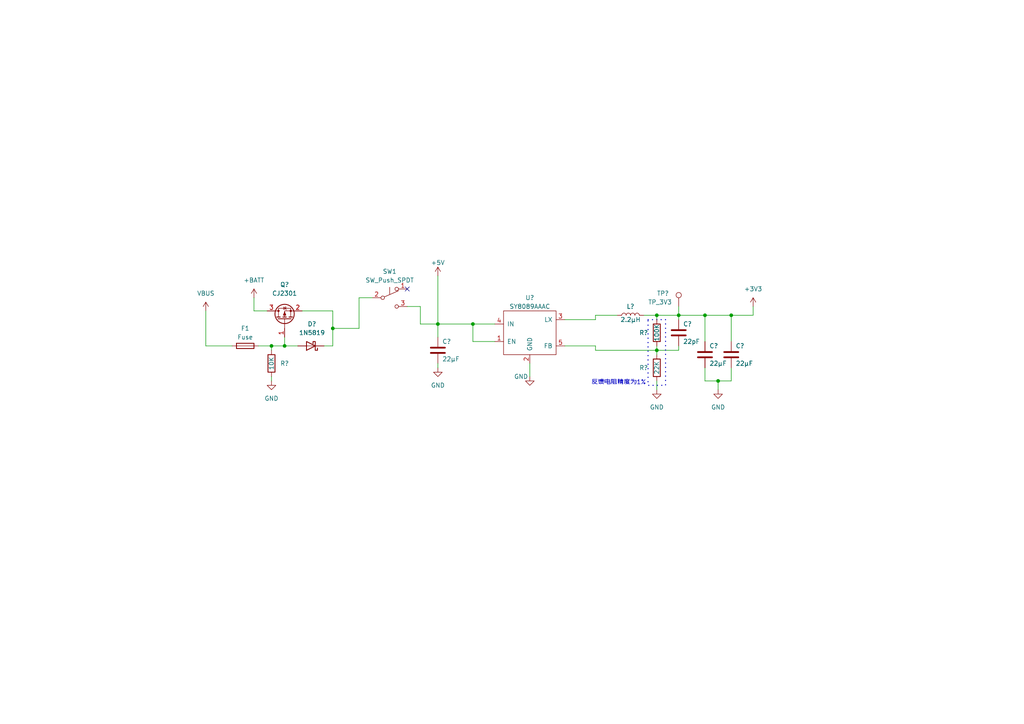
<source format=kicad_sch>
(kicad_sch (version 20230121) (generator eeschema)

  (uuid 35db1dca-7614-448b-b743-b72824f8ab00)

  (paper "A4")

  (title_block
    (title "ChronoVolt_Control")
    (date "2023-10-08")
    (rev "0.3")
    (company "Final Resolution")
  )

  (lib_symbols
    (symbol "ChronoVolt_Lib:SY8089AAAC" (pin_names (offset 1.016)) (in_bom yes) (on_board yes)
      (property "Reference" "U" (at 0 8.128 0)
        (effects (font (size 1.27 1.27)))
      )
      (property "Value" "SY8089AAAC" (at 0 13.208 0)
        (effects (font (size 1.27 1.27)))
      )
      (property "Footprint" "" (at 0 3.048 0)
        (effects (font (size 1.27 1.27)) hide)
      )
      (property "Datasheet" "" (at 0 -2.032 0)
        (effects (font (size 1.27 1.27)) hide)
      )
      (symbol "SY8089AAAC_1_1"
        (rectangle (start -7.62 6.35) (end 7.62 -6.35)
          (stroke (width 0.1524) (type default))
          (fill (type none))
        )
        (pin input line (at -10.16 -2.54 0) (length 2.54)
          (name "EN" (effects (font (size 1.27 1.27))))
          (number "1" (effects (font (size 1.27 1.27))))
        )
        (pin input line (at 0 -8.89 90) (length 2.54)
          (name "GND" (effects (font (size 1.27 1.27))))
          (number "2" (effects (font (size 1.27 1.27))))
        )
        (pin input line (at 10.16 3.81 180) (length 2.54)
          (name "LX" (effects (font (size 1.27 1.27))))
          (number "3" (effects (font (size 1.27 1.27))))
        )
        (pin input line (at -10.16 2.54 0) (length 2.54)
          (name "IN" (effects (font (size 1.27 1.27))))
          (number "4" (effects (font (size 1.27 1.27))))
        )
        (pin input line (at 10.16 -3.81 180) (length 2.54)
          (name "FB" (effects (font (size 1.27 1.27))))
          (number "5" (effects (font (size 1.27 1.27))))
        )
      )
    )
    (symbol "Connector:TestPoint" (pin_numbers hide) (pin_names (offset 0.762) hide) (in_bom yes) (on_board yes)
      (property "Reference" "TP" (at 0 6.858 0)
        (effects (font (size 1.27 1.27)))
      )
      (property "Value" "TestPoint" (at 0 5.08 0)
        (effects (font (size 1.27 1.27)))
      )
      (property "Footprint" "" (at 5.08 0 0)
        (effects (font (size 1.27 1.27)) hide)
      )
      (property "Datasheet" "~" (at 5.08 0 0)
        (effects (font (size 1.27 1.27)) hide)
      )
      (property "ki_keywords" "test point tp" (at 0 0 0)
        (effects (font (size 1.27 1.27)) hide)
      )
      (property "ki_description" "test point" (at 0 0 0)
        (effects (font (size 1.27 1.27)) hide)
      )
      (property "ki_fp_filters" "Pin* Test*" (at 0 0 0)
        (effects (font (size 1.27 1.27)) hide)
      )
      (symbol "TestPoint_0_1"
        (circle (center 0 3.302) (radius 0.762)
          (stroke (width 0) (type default))
          (fill (type none))
        )
      )
      (symbol "TestPoint_1_1"
        (pin passive line (at 0 0 90) (length 2.54)
          (name "1" (effects (font (size 1.27 1.27))))
          (number "1" (effects (font (size 1.27 1.27))))
        )
      )
    )
    (symbol "Device:C" (pin_numbers hide) (pin_names (offset 0.254)) (in_bom yes) (on_board yes)
      (property "Reference" "C" (at 0.635 2.54 0)
        (effects (font (size 1.27 1.27)) (justify left))
      )
      (property "Value" "C" (at 0.635 -2.54 0)
        (effects (font (size 1.27 1.27)) (justify left))
      )
      (property "Footprint" "" (at 0.9652 -3.81 0)
        (effects (font (size 1.27 1.27)) hide)
      )
      (property "Datasheet" "~" (at 0 0 0)
        (effects (font (size 1.27 1.27)) hide)
      )
      (property "ki_keywords" "cap capacitor" (at 0 0 0)
        (effects (font (size 1.27 1.27)) hide)
      )
      (property "ki_description" "Unpolarized capacitor" (at 0 0 0)
        (effects (font (size 1.27 1.27)) hide)
      )
      (property "ki_fp_filters" "C_*" (at 0 0 0)
        (effects (font (size 1.27 1.27)) hide)
      )
      (symbol "C_0_1"
        (polyline
          (pts
            (xy -2.032 -0.762)
            (xy 2.032 -0.762)
          )
          (stroke (width 0.508) (type default))
          (fill (type none))
        )
        (polyline
          (pts
            (xy -2.032 0.762)
            (xy 2.032 0.762)
          )
          (stroke (width 0.508) (type default))
          (fill (type none))
        )
      )
      (symbol "C_1_1"
        (pin passive line (at 0 3.81 270) (length 2.794)
          (name "~" (effects (font (size 1.27 1.27))))
          (number "1" (effects (font (size 1.27 1.27))))
        )
        (pin passive line (at 0 -3.81 90) (length 2.794)
          (name "~" (effects (font (size 1.27 1.27))))
          (number "2" (effects (font (size 1.27 1.27))))
        )
      )
    )
    (symbol "Device:Fuse" (pin_numbers hide) (pin_names (offset 0)) (in_bom yes) (on_board yes)
      (property "Reference" "F" (at 2.032 0 90)
        (effects (font (size 1.27 1.27)))
      )
      (property "Value" "Fuse" (at -1.905 0 90)
        (effects (font (size 1.27 1.27)))
      )
      (property "Footprint" "" (at -1.778 0 90)
        (effects (font (size 1.27 1.27)) hide)
      )
      (property "Datasheet" "~" (at 0 0 0)
        (effects (font (size 1.27 1.27)) hide)
      )
      (property "ki_keywords" "fuse" (at 0 0 0)
        (effects (font (size 1.27 1.27)) hide)
      )
      (property "ki_description" "Fuse" (at 0 0 0)
        (effects (font (size 1.27 1.27)) hide)
      )
      (property "ki_fp_filters" "*Fuse*" (at 0 0 0)
        (effects (font (size 1.27 1.27)) hide)
      )
      (symbol "Fuse_0_1"
        (rectangle (start -0.762 -2.54) (end 0.762 2.54)
          (stroke (width 0.254) (type default))
          (fill (type none))
        )
        (polyline
          (pts
            (xy 0 2.54)
            (xy 0 -2.54)
          )
          (stroke (width 0) (type default))
          (fill (type none))
        )
      )
      (symbol "Fuse_1_1"
        (pin passive line (at 0 3.81 270) (length 1.27)
          (name "~" (effects (font (size 1.27 1.27))))
          (number "1" (effects (font (size 1.27 1.27))))
        )
        (pin passive line (at 0 -3.81 90) (length 1.27)
          (name "~" (effects (font (size 1.27 1.27))))
          (number "2" (effects (font (size 1.27 1.27))))
        )
      )
    )
    (symbol "Device:L" (pin_numbers hide) (pin_names (offset 1.016) hide) (in_bom yes) (on_board yes)
      (property "Reference" "L" (at -1.27 0 90)
        (effects (font (size 1.27 1.27)))
      )
      (property "Value" "L" (at 1.905 0 90)
        (effects (font (size 1.27 1.27)))
      )
      (property "Footprint" "" (at 0 0 0)
        (effects (font (size 1.27 1.27)) hide)
      )
      (property "Datasheet" "~" (at 0 0 0)
        (effects (font (size 1.27 1.27)) hide)
      )
      (property "ki_keywords" "inductor choke coil reactor magnetic" (at 0 0 0)
        (effects (font (size 1.27 1.27)) hide)
      )
      (property "ki_description" "Inductor" (at 0 0 0)
        (effects (font (size 1.27 1.27)) hide)
      )
      (property "ki_fp_filters" "Choke_* *Coil* Inductor_* L_*" (at 0 0 0)
        (effects (font (size 1.27 1.27)) hide)
      )
      (symbol "L_0_1"
        (arc (start 0 -2.54) (mid 0.6323 -1.905) (end 0 -1.27)
          (stroke (width 0) (type default))
          (fill (type none))
        )
        (arc (start 0 -1.27) (mid 0.6323 -0.635) (end 0 0)
          (stroke (width 0) (type default))
          (fill (type none))
        )
        (arc (start 0 0) (mid 0.6323 0.635) (end 0 1.27)
          (stroke (width 0) (type default))
          (fill (type none))
        )
        (arc (start 0 1.27) (mid 0.6323 1.905) (end 0 2.54)
          (stroke (width 0) (type default))
          (fill (type none))
        )
      )
      (symbol "L_1_1"
        (pin passive line (at 0 3.81 270) (length 1.27)
          (name "1" (effects (font (size 1.27 1.27))))
          (number "1" (effects (font (size 1.27 1.27))))
        )
        (pin passive line (at 0 -3.81 90) (length 1.27)
          (name "2" (effects (font (size 1.27 1.27))))
          (number "2" (effects (font (size 1.27 1.27))))
        )
      )
    )
    (symbol "Device:Q_PMOS_GSD" (pin_names (offset 0) hide) (in_bom yes) (on_board yes)
      (property "Reference" "Q" (at 5.08 1.27 0)
        (effects (font (size 1.27 1.27)) (justify left))
      )
      (property "Value" "Q_PMOS_GSD" (at 5.08 -1.27 0)
        (effects (font (size 1.27 1.27)) (justify left))
      )
      (property "Footprint" "" (at 5.08 2.54 0)
        (effects (font (size 1.27 1.27)) hide)
      )
      (property "Datasheet" "~" (at 0 0 0)
        (effects (font (size 1.27 1.27)) hide)
      )
      (property "ki_keywords" "transistor PMOS P-MOS P-MOSFET" (at 0 0 0)
        (effects (font (size 1.27 1.27)) hide)
      )
      (property "ki_description" "P-MOSFET transistor, gate/source/drain" (at 0 0 0)
        (effects (font (size 1.27 1.27)) hide)
      )
      (symbol "Q_PMOS_GSD_0_1"
        (polyline
          (pts
            (xy 0.254 0)
            (xy -2.54 0)
          )
          (stroke (width 0) (type default))
          (fill (type none))
        )
        (polyline
          (pts
            (xy 0.254 1.905)
            (xy 0.254 -1.905)
          )
          (stroke (width 0.254) (type default))
          (fill (type none))
        )
        (polyline
          (pts
            (xy 0.762 -1.27)
            (xy 0.762 -2.286)
          )
          (stroke (width 0.254) (type default))
          (fill (type none))
        )
        (polyline
          (pts
            (xy 0.762 0.508)
            (xy 0.762 -0.508)
          )
          (stroke (width 0.254) (type default))
          (fill (type none))
        )
        (polyline
          (pts
            (xy 0.762 2.286)
            (xy 0.762 1.27)
          )
          (stroke (width 0.254) (type default))
          (fill (type none))
        )
        (polyline
          (pts
            (xy 2.54 2.54)
            (xy 2.54 1.778)
          )
          (stroke (width 0) (type default))
          (fill (type none))
        )
        (polyline
          (pts
            (xy 2.54 -2.54)
            (xy 2.54 0)
            (xy 0.762 0)
          )
          (stroke (width 0) (type default))
          (fill (type none))
        )
        (polyline
          (pts
            (xy 0.762 1.778)
            (xy 3.302 1.778)
            (xy 3.302 -1.778)
            (xy 0.762 -1.778)
          )
          (stroke (width 0) (type default))
          (fill (type none))
        )
        (polyline
          (pts
            (xy 2.286 0)
            (xy 1.27 0.381)
            (xy 1.27 -0.381)
            (xy 2.286 0)
          )
          (stroke (width 0) (type default))
          (fill (type outline))
        )
        (polyline
          (pts
            (xy 2.794 -0.508)
            (xy 2.921 -0.381)
            (xy 3.683 -0.381)
            (xy 3.81 -0.254)
          )
          (stroke (width 0) (type default))
          (fill (type none))
        )
        (polyline
          (pts
            (xy 3.302 -0.381)
            (xy 2.921 0.254)
            (xy 3.683 0.254)
            (xy 3.302 -0.381)
          )
          (stroke (width 0) (type default))
          (fill (type none))
        )
        (circle (center 1.651 0) (radius 2.794)
          (stroke (width 0.254) (type default))
          (fill (type none))
        )
        (circle (center 2.54 -1.778) (radius 0.254)
          (stroke (width 0) (type default))
          (fill (type outline))
        )
        (circle (center 2.54 1.778) (radius 0.254)
          (stroke (width 0) (type default))
          (fill (type outline))
        )
      )
      (symbol "Q_PMOS_GSD_1_1"
        (pin input line (at -5.08 0 0) (length 2.54)
          (name "G" (effects (font (size 1.27 1.27))))
          (number "1" (effects (font (size 1.27 1.27))))
        )
        (pin passive line (at 2.54 -5.08 90) (length 2.54)
          (name "S" (effects (font (size 1.27 1.27))))
          (number "2" (effects (font (size 1.27 1.27))))
        )
        (pin passive line (at 2.54 5.08 270) (length 2.54)
          (name "D" (effects (font (size 1.27 1.27))))
          (number "3" (effects (font (size 1.27 1.27))))
        )
      )
    )
    (symbol "Device:R" (pin_numbers hide) (pin_names (offset 0)) (in_bom yes) (on_board yes)
      (property "Reference" "R" (at 2.032 0 90)
        (effects (font (size 1.27 1.27)))
      )
      (property "Value" "R" (at 0 0 90)
        (effects (font (size 1.27 1.27)))
      )
      (property "Footprint" "" (at -1.778 0 90)
        (effects (font (size 1.27 1.27)) hide)
      )
      (property "Datasheet" "~" (at 0 0 0)
        (effects (font (size 1.27 1.27)) hide)
      )
      (property "ki_keywords" "R res resistor" (at 0 0 0)
        (effects (font (size 1.27 1.27)) hide)
      )
      (property "ki_description" "Resistor" (at 0 0 0)
        (effects (font (size 1.27 1.27)) hide)
      )
      (property "ki_fp_filters" "R_*" (at 0 0 0)
        (effects (font (size 1.27 1.27)) hide)
      )
      (symbol "R_0_1"
        (rectangle (start -1.016 -2.54) (end 1.016 2.54)
          (stroke (width 0.254) (type default))
          (fill (type none))
        )
      )
      (symbol "R_1_1"
        (pin passive line (at 0 3.81 270) (length 1.27)
          (name "~" (effects (font (size 1.27 1.27))))
          (number "1" (effects (font (size 1.27 1.27))))
        )
        (pin passive line (at 0 -3.81 90) (length 1.27)
          (name "~" (effects (font (size 1.27 1.27))))
          (number "2" (effects (font (size 1.27 1.27))))
        )
      )
    )
    (symbol "Diode:1N5819" (pin_numbers hide) (pin_names (offset 1.016) hide) (in_bom yes) (on_board yes)
      (property "Reference" "D" (at 0 2.54 0)
        (effects (font (size 1.27 1.27)))
      )
      (property "Value" "1N5819" (at 0 -2.54 0)
        (effects (font (size 1.27 1.27)))
      )
      (property "Footprint" "Diode_THT:D_DO-41_SOD81_P10.16mm_Horizontal" (at 0 -4.445 0)
        (effects (font (size 1.27 1.27)) hide)
      )
      (property "Datasheet" "http://www.vishay.com/docs/88525/1n5817.pdf" (at 0 0 0)
        (effects (font (size 1.27 1.27)) hide)
      )
      (property "ki_keywords" "diode Schottky" (at 0 0 0)
        (effects (font (size 1.27 1.27)) hide)
      )
      (property "ki_description" "40V 1A Schottky Barrier Rectifier Diode, DO-41" (at 0 0 0)
        (effects (font (size 1.27 1.27)) hide)
      )
      (property "ki_fp_filters" "D*DO?41*" (at 0 0 0)
        (effects (font (size 1.27 1.27)) hide)
      )
      (symbol "1N5819_0_1"
        (polyline
          (pts
            (xy 1.27 0)
            (xy -1.27 0)
          )
          (stroke (width 0) (type default))
          (fill (type none))
        )
        (polyline
          (pts
            (xy 1.27 1.27)
            (xy 1.27 -1.27)
            (xy -1.27 0)
            (xy 1.27 1.27)
          )
          (stroke (width 0.254) (type default))
          (fill (type none))
        )
        (polyline
          (pts
            (xy -1.905 0.635)
            (xy -1.905 1.27)
            (xy -1.27 1.27)
            (xy -1.27 -1.27)
            (xy -0.635 -1.27)
            (xy -0.635 -0.635)
          )
          (stroke (width 0.254) (type default))
          (fill (type none))
        )
      )
      (symbol "1N5819_1_1"
        (pin passive line (at -3.81 0 0) (length 2.54)
          (name "K" (effects (font (size 1.27 1.27))))
          (number "1" (effects (font (size 1.27 1.27))))
        )
        (pin passive line (at 3.81 0 180) (length 2.54)
          (name "A" (effects (font (size 1.27 1.27))))
          (number "2" (effects (font (size 1.27 1.27))))
        )
      )
    )
    (symbol "Switch:SW_Push_SPDT" (pin_names (offset 0) hide) (in_bom yes) (on_board yes)
      (property "Reference" "SW" (at 0 4.318 0)
        (effects (font (size 1.27 1.27)))
      )
      (property "Value" "SW_Push_SPDT" (at 0 -5.08 0)
        (effects (font (size 1.27 1.27)))
      )
      (property "Footprint" "" (at 0 0 0)
        (effects (font (size 1.27 1.27)) hide)
      )
      (property "Datasheet" "~" (at 0 0 0)
        (effects (font (size 1.27 1.27)) hide)
      )
      (property "ki_keywords" "switch single-pole double-throw spdt ON-ON" (at 0 0 0)
        (effects (font (size 1.27 1.27)) hide)
      )
      (property "ki_description" "Momentary Switch, single pole double throw" (at 0 0 0)
        (effects (font (size 1.27 1.27)) hide)
      )
      (symbol "SW_Push_SPDT_0_0"
        (circle (center -2.032 0) (radius 0.508)
          (stroke (width 0) (type default))
          (fill (type none))
        )
        (polyline
          (pts
            (xy 0 1.016)
            (xy 0 3.048)
          )
          (stroke (width 0) (type default))
          (fill (type none))
        )
        (circle (center 2.032 -2.54) (radius 0.508)
          (stroke (width 0) (type default))
          (fill (type none))
        )
      )
      (symbol "SW_Push_SPDT_0_1"
        (polyline
          (pts
            (xy -1.524 0.254)
            (xy 2.54 2.032)
          )
          (stroke (width 0) (type default))
          (fill (type none))
        )
        (circle (center 2.032 2.54) (radius 0.508)
          (stroke (width 0) (type default))
          (fill (type none))
        )
      )
      (symbol "SW_Push_SPDT_1_1"
        (pin passive line (at 5.08 2.54 180) (length 2.54)
          (name "A" (effects (font (size 1.27 1.27))))
          (number "1" (effects (font (size 1.27 1.27))))
        )
        (pin passive line (at -5.08 0 0) (length 2.54)
          (name "B" (effects (font (size 1.27 1.27))))
          (number "2" (effects (font (size 1.27 1.27))))
        )
        (pin passive line (at 5.08 -2.54 180) (length 2.54)
          (name "C" (effects (font (size 1.27 1.27))))
          (number "3" (effects (font (size 1.27 1.27))))
        )
      )
    )
    (symbol "power:+3V3" (power) (pin_names (offset 0)) (in_bom yes) (on_board yes)
      (property "Reference" "#PWR" (at 0 -3.81 0)
        (effects (font (size 1.27 1.27)) hide)
      )
      (property "Value" "+3V3" (at 0 3.556 0)
        (effects (font (size 1.27 1.27)))
      )
      (property "Footprint" "" (at 0 0 0)
        (effects (font (size 1.27 1.27)) hide)
      )
      (property "Datasheet" "" (at 0 0 0)
        (effects (font (size 1.27 1.27)) hide)
      )
      (property "ki_keywords" "global power" (at 0 0 0)
        (effects (font (size 1.27 1.27)) hide)
      )
      (property "ki_description" "Power symbol creates a global label with name \"+3V3\"" (at 0 0 0)
        (effects (font (size 1.27 1.27)) hide)
      )
      (symbol "+3V3_0_1"
        (polyline
          (pts
            (xy -0.762 1.27)
            (xy 0 2.54)
          )
          (stroke (width 0) (type default))
          (fill (type none))
        )
        (polyline
          (pts
            (xy 0 0)
            (xy 0 2.54)
          )
          (stroke (width 0) (type default))
          (fill (type none))
        )
        (polyline
          (pts
            (xy 0 2.54)
            (xy 0.762 1.27)
          )
          (stroke (width 0) (type default))
          (fill (type none))
        )
      )
      (symbol "+3V3_1_1"
        (pin power_in line (at 0 0 90) (length 0) hide
          (name "+3V3" (effects (font (size 1.27 1.27))))
          (number "1" (effects (font (size 1.27 1.27))))
        )
      )
    )
    (symbol "power:+5V" (power) (pin_names (offset 0)) (in_bom yes) (on_board yes)
      (property "Reference" "#PWR" (at 0 -3.81 0)
        (effects (font (size 1.27 1.27)) hide)
      )
      (property "Value" "+5V" (at 0 3.556 0)
        (effects (font (size 1.27 1.27)))
      )
      (property "Footprint" "" (at 0 0 0)
        (effects (font (size 1.27 1.27)) hide)
      )
      (property "Datasheet" "" (at 0 0 0)
        (effects (font (size 1.27 1.27)) hide)
      )
      (property "ki_keywords" "global power" (at 0 0 0)
        (effects (font (size 1.27 1.27)) hide)
      )
      (property "ki_description" "Power symbol creates a global label with name \"+5V\"" (at 0 0 0)
        (effects (font (size 1.27 1.27)) hide)
      )
      (symbol "+5V_0_1"
        (polyline
          (pts
            (xy -0.762 1.27)
            (xy 0 2.54)
          )
          (stroke (width 0) (type default))
          (fill (type none))
        )
        (polyline
          (pts
            (xy 0 0)
            (xy 0 2.54)
          )
          (stroke (width 0) (type default))
          (fill (type none))
        )
        (polyline
          (pts
            (xy 0 2.54)
            (xy 0.762 1.27)
          )
          (stroke (width 0) (type default))
          (fill (type none))
        )
      )
      (symbol "+5V_1_1"
        (pin power_in line (at 0 0 90) (length 0) hide
          (name "+5V" (effects (font (size 1.27 1.27))))
          (number "1" (effects (font (size 1.27 1.27))))
        )
      )
    )
    (symbol "power:+BATT" (power) (pin_names (offset 0)) (in_bom yes) (on_board yes)
      (property "Reference" "#PWR" (at 0 -3.81 0)
        (effects (font (size 1.27 1.27)) hide)
      )
      (property "Value" "+BATT" (at 0 3.556 0)
        (effects (font (size 1.27 1.27)))
      )
      (property "Footprint" "" (at 0 0 0)
        (effects (font (size 1.27 1.27)) hide)
      )
      (property "Datasheet" "" (at 0 0 0)
        (effects (font (size 1.27 1.27)) hide)
      )
      (property "ki_keywords" "global power battery" (at 0 0 0)
        (effects (font (size 1.27 1.27)) hide)
      )
      (property "ki_description" "Power symbol creates a global label with name \"+BATT\"" (at 0 0 0)
        (effects (font (size 1.27 1.27)) hide)
      )
      (symbol "+BATT_0_1"
        (polyline
          (pts
            (xy -0.762 1.27)
            (xy 0 2.54)
          )
          (stroke (width 0) (type default))
          (fill (type none))
        )
        (polyline
          (pts
            (xy 0 0)
            (xy 0 2.54)
          )
          (stroke (width 0) (type default))
          (fill (type none))
        )
        (polyline
          (pts
            (xy 0 2.54)
            (xy 0.762 1.27)
          )
          (stroke (width 0) (type default))
          (fill (type none))
        )
      )
      (symbol "+BATT_1_1"
        (pin power_in line (at 0 0 90) (length 0) hide
          (name "+BATT" (effects (font (size 1.27 1.27))))
          (number "1" (effects (font (size 1.27 1.27))))
        )
      )
    )
    (symbol "power:GND" (power) (pin_names (offset 0)) (in_bom yes) (on_board yes)
      (property "Reference" "#PWR" (at 0 -6.35 0)
        (effects (font (size 1.27 1.27)) hide)
      )
      (property "Value" "GND" (at 0 -3.81 0)
        (effects (font (size 1.27 1.27)))
      )
      (property "Footprint" "" (at 0 0 0)
        (effects (font (size 1.27 1.27)) hide)
      )
      (property "Datasheet" "" (at 0 0 0)
        (effects (font (size 1.27 1.27)) hide)
      )
      (property "ki_keywords" "global power" (at 0 0 0)
        (effects (font (size 1.27 1.27)) hide)
      )
      (property "ki_description" "Power symbol creates a global label with name \"GND\" , ground" (at 0 0 0)
        (effects (font (size 1.27 1.27)) hide)
      )
      (symbol "GND_0_1"
        (polyline
          (pts
            (xy 0 0)
            (xy 0 -1.27)
            (xy 1.27 -1.27)
            (xy 0 -2.54)
            (xy -1.27 -1.27)
            (xy 0 -1.27)
          )
          (stroke (width 0) (type default))
          (fill (type none))
        )
      )
      (symbol "GND_1_1"
        (pin power_in line (at 0 0 270) (length 0) hide
          (name "GND" (effects (font (size 1.27 1.27))))
          (number "1" (effects (font (size 1.27 1.27))))
        )
      )
    )
    (symbol "power:VBUS" (power) (pin_names (offset 0)) (in_bom yes) (on_board yes)
      (property "Reference" "#PWR" (at 0 -3.81 0)
        (effects (font (size 1.27 1.27)) hide)
      )
      (property "Value" "VBUS" (at 0 3.81 0)
        (effects (font (size 1.27 1.27)))
      )
      (property "Footprint" "" (at 0 0 0)
        (effects (font (size 1.27 1.27)) hide)
      )
      (property "Datasheet" "" (at 0 0 0)
        (effects (font (size 1.27 1.27)) hide)
      )
      (property "ki_keywords" "global power" (at 0 0 0)
        (effects (font (size 1.27 1.27)) hide)
      )
      (property "ki_description" "Power symbol creates a global label with name \"VBUS\"" (at 0 0 0)
        (effects (font (size 1.27 1.27)) hide)
      )
      (symbol "VBUS_0_1"
        (polyline
          (pts
            (xy -0.762 1.27)
            (xy 0 2.54)
          )
          (stroke (width 0) (type default))
          (fill (type none))
        )
        (polyline
          (pts
            (xy 0 0)
            (xy 0 2.54)
          )
          (stroke (width 0) (type default))
          (fill (type none))
        )
        (polyline
          (pts
            (xy 0 2.54)
            (xy 0.762 1.27)
          )
          (stroke (width 0) (type default))
          (fill (type none))
        )
      )
      (symbol "VBUS_1_1"
        (pin power_in line (at 0 0 90) (length 0) hide
          (name "VBUS" (effects (font (size 1.27 1.27))))
          (number "1" (effects (font (size 1.27 1.27))))
        )
      )
    )
  )

  (junction (at 204.47 91.44) (diameter 0) (color 0 0 0 0)
    (uuid 0464792b-0538-404b-8aa1-471e49a33e58)
  )
  (junction (at 196.85 91.44) (diameter 0) (color 0 0 0 0)
    (uuid 0cb690b1-f1b4-47f3-a854-9b086846ecad)
  )
  (junction (at 82.55 100.33) (diameter 0) (color 0 0 0 0)
    (uuid 126f9c37-717a-4bbd-b554-ba16d0f14d37)
  )
  (junction (at 208.28 110.49) (diameter 0) (color 0 0 0 0)
    (uuid 398ce94f-6581-43d5-97bc-ddbadc7cf628)
  )
  (junction (at 78.74 100.33) (diameter 0) (color 0 0 0 0)
    (uuid 65a7de4f-c851-4dae-bcef-b930591e44e7)
  )
  (junction (at 190.5 101.6) (diameter 0) (color 0 0 0 0)
    (uuid 9f15c0d2-805e-48b4-b338-a09ed696731a)
  )
  (junction (at 127 93.98) (diameter 0) (color 0 0 0 0)
    (uuid ca1cfed8-c6cc-4bc2-ad48-9dbe2d799770)
  )
  (junction (at 137.16 93.98) (diameter 0) (color 0 0 0 0)
    (uuid cf1c9e78-5c5d-4f7c-b66f-12a9c9c119ad)
  )
  (junction (at 212.09 91.44) (diameter 0) (color 0 0 0 0)
    (uuid d74b3825-5950-4865-8d65-de7cfd342643)
  )
  (junction (at 96.52 95.25) (diameter 0) (color 0 0 0 0)
    (uuid f0af4f25-4863-48cc-88da-7cd3c3427193)
  )
  (junction (at 190.5 91.44) (diameter 0) (color 0 0 0 0)
    (uuid f889bd19-ff0d-4ea0-8dca-887a7faa6d78)
  )

  (no_connect (at 118.11 83.82) (uuid 430144a2-76f6-4abc-8c95-c87d621df65e))

  (wire (pts (xy 190.5 101.6) (xy 196.85 101.6))
    (stroke (width 0) (type default))
    (uuid 145c83e0-ca33-4ec8-a4b8-b706f53291c7)
  )
  (wire (pts (xy 78.74 100.33) (xy 82.55 100.33))
    (stroke (width 0) (type default))
    (uuid 1ad1cf5a-aeb1-4bc9-b9a4-e91f499cb391)
  )
  (wire (pts (xy 190.5 101.6) (xy 190.5 100.33))
    (stroke (width 0) (type default))
    (uuid 228d09a7-9e1f-42bd-afe8-1fbd9e528293)
  )
  (wire (pts (xy 190.5 110.49) (xy 190.5 113.03))
    (stroke (width 0) (type default))
    (uuid 2530ea7f-3b38-46b5-a1a3-7ca9c046bc08)
  )
  (wire (pts (xy 196.85 100.33) (xy 196.85 101.6))
    (stroke (width 0) (type default))
    (uuid 2632d382-5aba-448b-8bfc-9d77b408d948)
  )
  (wire (pts (xy 208.28 110.49) (xy 204.47 110.49))
    (stroke (width 0) (type default))
    (uuid 264b8e90-dc1a-4f9f-8a42-0df3926bf4bc)
  )
  (wire (pts (xy 96.52 95.25) (xy 96.52 100.33))
    (stroke (width 0) (type default))
    (uuid 31c1c519-40ea-4921-b965-0d294538ce79)
  )
  (wire (pts (xy 208.28 110.49) (xy 208.28 113.03))
    (stroke (width 0) (type default))
    (uuid 336bbb63-588f-4fdd-a799-d21dfbbdd769)
  )
  (wire (pts (xy 218.44 91.44) (xy 218.44 88.9))
    (stroke (width 0) (type default))
    (uuid 370004f2-85e0-4ede-ac33-6c2e565cd867)
  )
  (wire (pts (xy 137.16 93.98) (xy 137.16 99.06))
    (stroke (width 0) (type default))
    (uuid 39cae745-6764-4d60-bbac-a6025a8628cd)
  )
  (wire (pts (xy 127 97.79) (xy 127 93.98))
    (stroke (width 0) (type default))
    (uuid 3ad9ce57-a05d-4718-bede-976d11d8ede8)
  )
  (wire (pts (xy 127 93.98) (xy 137.16 93.98))
    (stroke (width 0) (type default))
    (uuid 3b80dd78-31ec-467c-a7e8-5b943a045098)
  )
  (wire (pts (xy 96.52 90.17) (xy 96.52 95.25))
    (stroke (width 0) (type default))
    (uuid 3cf32b41-9797-4957-9177-9a8ef5cdaa7f)
  )
  (wire (pts (xy 172.72 91.44) (xy 172.72 92.71))
    (stroke (width 0) (type default))
    (uuid 45a6b594-89e8-4200-8bbf-c818f5aa3b5c)
  )
  (wire (pts (xy 104.14 95.25) (xy 96.52 95.25))
    (stroke (width 0) (type default))
    (uuid 4856d5ae-70f7-437f-9ba8-53af990a1d47)
  )
  (wire (pts (xy 212.09 91.44) (xy 212.09 99.06))
    (stroke (width 0) (type default))
    (uuid 4c326850-6b43-4113-a2cf-5f5410028de2)
  )
  (wire (pts (xy 172.72 91.44) (xy 179.07 91.44))
    (stroke (width 0) (type default))
    (uuid 5784c9ea-7f32-4d2f-9074-231fdda5ad6d)
  )
  (wire (pts (xy 59.69 100.33) (xy 67.31 100.33))
    (stroke (width 0) (type default))
    (uuid 59c6badb-0e62-4f36-bf21-af400d344523)
  )
  (wire (pts (xy 127 105.41) (xy 127 106.68))
    (stroke (width 0) (type default))
    (uuid 5ea45e1b-660c-4338-845d-6cb00f4ea8fe)
  )
  (wire (pts (xy 163.83 92.71) (xy 172.72 92.71))
    (stroke (width 0) (type default))
    (uuid 62fd6b80-db08-4472-8d2b-0bb5ad5cc911)
  )
  (wire (pts (xy 96.52 100.33) (xy 93.98 100.33))
    (stroke (width 0) (type default))
    (uuid 63f90d0f-74a9-46e4-8850-5b60fe3f0f93)
  )
  (wire (pts (xy 143.51 99.06) (xy 137.16 99.06))
    (stroke (width 0) (type default))
    (uuid 6c5d9e3b-6236-4428-b0be-449aa283c83f)
  )
  (wire (pts (xy 118.11 88.9) (xy 121.92 88.9))
    (stroke (width 0) (type default))
    (uuid 6f727810-d858-4ba9-82ad-29b329a4db03)
  )
  (wire (pts (xy 172.72 101.6) (xy 190.5 101.6))
    (stroke (width 0) (type default))
    (uuid 72e670d4-032c-4b3b-8c7d-23c02b091a0d)
  )
  (wire (pts (xy 186.69 91.44) (xy 190.5 91.44))
    (stroke (width 0) (type default))
    (uuid 82b8b750-4071-4cc8-9afd-757851327bb6)
  )
  (wire (pts (xy 196.85 91.44) (xy 204.47 91.44))
    (stroke (width 0) (type default))
    (uuid 83a28a62-a04b-4d77-a73e-58d470d8524b)
  )
  (wire (pts (xy 153.67 105.41) (xy 153.67 109.22))
    (stroke (width 0) (type default))
    (uuid 89d140bf-58bd-4fa6-ac50-a698e6fca79b)
  )
  (wire (pts (xy 87.63 90.17) (xy 96.52 90.17))
    (stroke (width 0) (type default))
    (uuid 8c225759-5da0-47ab-ad6f-56427023d03e)
  )
  (wire (pts (xy 190.5 91.44) (xy 196.85 91.44))
    (stroke (width 0) (type default))
    (uuid 8f272a7d-a659-4082-a2dd-e1deaeb2764b)
  )
  (wire (pts (xy 204.47 106.68) (xy 204.47 110.49))
    (stroke (width 0) (type default))
    (uuid 918b74c4-90ad-4fe1-858c-2d5ca9edd70e)
  )
  (wire (pts (xy 212.09 110.49) (xy 208.28 110.49))
    (stroke (width 0) (type default))
    (uuid 91bf557a-0773-4764-a1ae-e207beff6b8c)
  )
  (wire (pts (xy 73.66 86.36) (xy 73.66 90.17))
    (stroke (width 0) (type default))
    (uuid 921e2ab9-0701-48d2-ae00-21c90fba9fed)
  )
  (wire (pts (xy 218.44 91.44) (xy 212.09 91.44))
    (stroke (width 0) (type default))
    (uuid 9286ee15-b94b-4dd8-9555-9d764afb6d9c)
  )
  (wire (pts (xy 121.92 88.9) (xy 121.92 93.98))
    (stroke (width 0) (type default))
    (uuid 93e82a7a-a377-41f0-9c9f-b1e7686591a7)
  )
  (wire (pts (xy 212.09 91.44) (xy 204.47 91.44))
    (stroke (width 0) (type default))
    (uuid 996e9ff5-0ca1-478a-b7fa-d92e0710bc5c)
  )
  (wire (pts (xy 196.85 91.44) (xy 196.85 92.71))
    (stroke (width 0) (type default))
    (uuid 99848693-d617-4025-ad6a-97a2e1d68f3c)
  )
  (wire (pts (xy 73.66 90.17) (xy 77.47 90.17))
    (stroke (width 0) (type default))
    (uuid a0500f25-df11-4c2f-a04f-d3ab3b887660)
  )
  (wire (pts (xy 121.92 93.98) (xy 127 93.98))
    (stroke (width 0) (type default))
    (uuid a3f2a187-c2c0-4902-ac0b-d878865c2b74)
  )
  (wire (pts (xy 163.83 100.33) (xy 172.72 100.33))
    (stroke (width 0) (type default))
    (uuid b6d1e21a-1771-479a-81c1-9c5a919ddaa7)
  )
  (wire (pts (xy 196.85 88.9) (xy 196.85 91.44))
    (stroke (width 0) (type default))
    (uuid b84b372c-632f-4c9f-8f7e-e0863f3be096)
  )
  (wire (pts (xy 74.93 100.33) (xy 78.74 100.33))
    (stroke (width 0) (type default))
    (uuid bc850ed4-0294-4472-8827-6b53c127b81b)
  )
  (wire (pts (xy 137.16 93.98) (xy 143.51 93.98))
    (stroke (width 0) (type default))
    (uuid bd5dc54b-ac36-45fa-8dd9-1cfbbcb043e3)
  )
  (wire (pts (xy 172.72 100.33) (xy 172.72 101.6))
    (stroke (width 0) (type default))
    (uuid bfeef6a2-1fcc-4b26-b6f8-4fcc7777665d)
  )
  (wire (pts (xy 59.69 90.17) (xy 59.69 100.33))
    (stroke (width 0) (type default))
    (uuid c2d3e8c1-3c3f-45f9-bfbe-c40ea3d4f0f7)
  )
  (wire (pts (xy 104.14 86.36) (xy 104.14 95.25))
    (stroke (width 0) (type default))
    (uuid c59fa299-18b3-4c11-8837-20f8ea0f3de7)
  )
  (wire (pts (xy 78.74 109.22) (xy 78.74 110.49))
    (stroke (width 0) (type default))
    (uuid c9ca4f2c-980e-4e16-af49-5eecb44cf022)
  )
  (wire (pts (xy 204.47 91.44) (xy 204.47 99.06))
    (stroke (width 0) (type default))
    (uuid cabaa5c4-7d54-49b1-a967-b2cfa22bbe02)
  )
  (wire (pts (xy 127 80.01) (xy 127 93.98))
    (stroke (width 0) (type default))
    (uuid d1bae986-2701-4b38-9f8e-2beb8956f86e)
  )
  (wire (pts (xy 190.5 92.71) (xy 190.5 91.44))
    (stroke (width 0) (type default))
    (uuid d440bd99-e187-4fb4-a8aa-817e17b088ab)
  )
  (wire (pts (xy 82.55 100.33) (xy 86.36 100.33))
    (stroke (width 0) (type default))
    (uuid d9a5160a-6e9a-4d57-8f40-9b139dac2390)
  )
  (wire (pts (xy 82.55 100.33) (xy 82.55 97.79))
    (stroke (width 0) (type default))
    (uuid da1a001b-9127-4282-9bd6-fe3e242bd634)
  )
  (wire (pts (xy 104.14 86.36) (xy 107.95 86.36))
    (stroke (width 0) (type default))
    (uuid dc68faf4-3c38-4cbb-9a2c-fadbbcf8a8a0)
  )
  (wire (pts (xy 78.74 100.33) (xy 78.74 101.6))
    (stroke (width 0) (type default))
    (uuid eab24783-4625-4dd5-aa0e-ebb03b89c10e)
  )
  (wire (pts (xy 212.09 106.68) (xy 212.09 110.49))
    (stroke (width 0) (type default))
    (uuid f2ceab68-a7db-4125-853d-3c84a96590ce)
  )
  (wire (pts (xy 190.5 101.6) (xy 190.5 102.87))
    (stroke (width 0) (type default))
    (uuid fbcc9600-f969-4093-bc80-6d72f7cb0f79)
  )

  (rectangle (start 187.96 92.71) (end 193.04 111.76)
    (stroke (width 0.3) (type dot))
    (fill (type none))
    (uuid 3665e8eb-7415-4929-87c6-971e3a2765dc)
  )

  (text "反馈电阻精度为1%" (at 171.45 111.76 0)
    (effects (font (size 1.27 1.27)) (justify left bottom))
    (uuid b1895735-bf8c-4379-9976-aa30905c48b1)
  )

  (symbol (lib_id "power:+3V3") (at 218.44 88.9 0) (unit 1)
    (in_bom yes) (on_board yes) (dnp no) (fields_autoplaced)
    (uuid 04727ad5-cafa-48be-8358-40171f8029d0)
    (property "Reference" "#PWR?" (at 218.44 92.71 0)
      (effects (font (size 1.27 1.27)) hide)
    )
    (property "Value" "+3V3" (at 218.44 83.82 0)
      (effects (font (size 1.27 1.27)))
    )
    (property "Footprint" "" (at 218.44 88.9 0)
      (effects (font (size 1.27 1.27)) hide)
    )
    (property "Datasheet" "" (at 218.44 88.9 0)
      (effects (font (size 1.27 1.27)) hide)
    )
    (pin "1" (uuid 0018806a-9e4e-46e4-9c93-285094d9d06e))
    (instances
      (project "Final_ESPNoob_RevA_1006"
        (path "/020f851d-ff42-49ee-a080-0144446afa6e"
          (reference "#PWR?") (unit 1)
        )
      )
      (project "ChronoVolt_Control"
        (path "/cceb3d39-99f1-4cc7-aa1d-f414cbebc8ea/2c82cc8a-d941-4fe9-9aeb-579d54d6db01"
          (reference "#PWR021") (unit 1)
        )
      )
    )
  )

  (symbol (lib_id "Device:Fuse") (at 71.12 100.33 90) (unit 1)
    (in_bom yes) (on_board yes) (dnp no) (fields_autoplaced)
    (uuid 0bed13f4-a6b2-4ed4-8120-498479d1e9e2)
    (property "Reference" "F1" (at 71.12 95.25 90)
      (effects (font (size 1.27 1.27)))
    )
    (property "Value" "Fuse" (at 71.12 97.79 90)
      (effects (font (size 1.27 1.27)))
    )
    (property "Footprint" "Fuse:Fuse_0805_2012Metric" (at 71.12 102.108 90)
      (effects (font (size 1.27 1.27)) hide)
    )
    (property "Datasheet" "~" (at 71.12 100.33 0)
      (effects (font (size 1.27 1.27)) hide)
    )
    (pin "1" (uuid 89b1955a-ef75-489b-9a6c-692013248f88))
    (pin "2" (uuid eb6a89f6-4149-4d62-9931-0845a289a938))
    (instances
      (project "ChronoVolt_Control"
        (path "/cceb3d39-99f1-4cc7-aa1d-f414cbebc8ea/2c82cc8a-d941-4fe9-9aeb-579d54d6db01"
          (reference "F1") (unit 1)
        )
      )
    )
  )

  (symbol (lib_id "Device:R") (at 78.74 105.41 0) (unit 1)
    (in_bom yes) (on_board yes) (dnp no)
    (uuid 0db383cd-eed1-4db3-9842-c14a3bbb169b)
    (property "Reference" "R?" (at 82.55 105.41 0)
      (effects (font (size 1.27 1.27)))
    )
    (property "Value" "10K" (at 78.74 105.41 90)
      (effects (font (size 1.27 1.27)))
    )
    (property "Footprint" "Resistor_SMD:R_0603_1608Metric" (at 76.962 105.41 90)
      (effects (font (size 1.27 1.27)) hide)
    )
    (property "Datasheet" "~" (at 78.74 105.41 0)
      (effects (font (size 1.27 1.27)) hide)
    )
    (pin "1" (uuid 60c2b58c-9ece-4228-b83e-3c728f300161))
    (pin "2" (uuid 6c207794-8a45-4036-b4ac-40714b05c0e8))
    (instances
      (project "Final_ESPNoob_RevA_1006"
        (path "/020f851d-ff42-49ee-a080-0144446afa6e"
          (reference "R?") (unit 1)
        )
      )
      (project "ChronoVolt_Control"
        (path "/cceb3d39-99f1-4cc7-aa1d-f414cbebc8ea/2c82cc8a-d941-4fe9-9aeb-579d54d6db01"
          (reference "R7") (unit 1)
        )
      )
    )
  )

  (symbol (lib_id "Device:L") (at 182.88 91.44 90) (unit 1)
    (in_bom yes) (on_board yes) (dnp no)
    (uuid 194de0f1-1047-4c28-9b42-b3e51b0be068)
    (property "Reference" "L?" (at 182.88 88.9 90)
      (effects (font (size 1.27 1.27)))
    )
    (property "Value" "2.2μH" (at 182.88 92.71 90)
      (effects (font (size 1.27 1.27)))
    )
    (property "Footprint" "Inductor_SMD:L_1008_2520Metric" (at 182.88 91.44 0)
      (effects (font (size 1.27 1.27)) hide)
    )
    (property "Datasheet" "~" (at 182.88 91.44 0)
      (effects (font (size 1.27 1.27)) hide)
    )
    (pin "1" (uuid 84eafe76-e63b-4b0e-9087-f91d85f6dcfe))
    (pin "2" (uuid 9a33fbac-f65e-438e-8243-4b0a0ee48681))
    (instances
      (project "Final_ESPNoob_RevA_1006"
        (path "/020f851d-ff42-49ee-a080-0144446afa6e"
          (reference "L?") (unit 1)
        )
      )
      (project "ChronoVolt_Control"
        (path "/cceb3d39-99f1-4cc7-aa1d-f414cbebc8ea/2c82cc8a-d941-4fe9-9aeb-579d54d6db01"
          (reference "L1") (unit 1)
        )
      )
    )
  )

  (symbol (lib_id "power:+BATT") (at 73.66 86.36 0) (unit 1)
    (in_bom yes) (on_board yes) (dnp no) (fields_autoplaced)
    (uuid 1bbf4f27-5704-4971-9bf7-3a050a8f5958)
    (property "Reference" "#PWR014" (at 73.66 90.17 0)
      (effects (font (size 1.27 1.27)) hide)
    )
    (property "Value" "+BATT" (at 73.66 81.28 0)
      (effects (font (size 1.27 1.27)))
    )
    (property "Footprint" "" (at 73.66 86.36 0)
      (effects (font (size 1.27 1.27)) hide)
    )
    (property "Datasheet" "" (at 73.66 86.36 0)
      (effects (font (size 1.27 1.27)) hide)
    )
    (pin "1" (uuid 691926be-371b-4905-8407-484d976d6aa1))
    (instances
      (project "ChronoVolt_Control"
        (path "/cceb3d39-99f1-4cc7-aa1d-f414cbebc8ea/2c82cc8a-d941-4fe9-9aeb-579d54d6db01"
          (reference "#PWR014") (unit 1)
        )
      )
    )
  )

  (symbol (lib_id "power:+5V") (at 127 80.01 0) (unit 1)
    (in_bom yes) (on_board yes) (dnp no)
    (uuid 2f959792-b244-4d24-b4cd-f5bd80c6204c)
    (property "Reference" "#PWR?" (at 127 83.82 0)
      (effects (font (size 1.27 1.27)) hide)
    )
    (property "Value" "+5V" (at 127 76.2 0)
      (effects (font (size 1.27 1.27)))
    )
    (property "Footprint" "" (at 127 80.01 0)
      (effects (font (size 1.27 1.27)) hide)
    )
    (property "Datasheet" "" (at 127 80.01 0)
      (effects (font (size 1.27 1.27)) hide)
    )
    (pin "1" (uuid 67774ce6-f567-42f8-8bbe-23f901d34e5b))
    (instances
      (project "Final_ESPNoob_RevA_1006"
        (path "/020f851d-ff42-49ee-a080-0144446afa6e"
          (reference "#PWR?") (unit 1)
        )
      )
      (project "ChronoVolt_Control"
        (path "/cceb3d39-99f1-4cc7-aa1d-f414cbebc8ea/2c82cc8a-d941-4fe9-9aeb-579d54d6db01"
          (reference "#PWR016") (unit 1)
        )
      )
    )
  )

  (symbol (lib_id "power:GND") (at 190.5 113.03 0) (unit 1)
    (in_bom yes) (on_board yes) (dnp no) (fields_autoplaced)
    (uuid 34f18fd8-5f65-4beb-82d6-7145a180a626)
    (property "Reference" "#PWR?" (at 190.5 119.38 0)
      (effects (font (size 1.27 1.27)) hide)
    )
    (property "Value" "GND" (at 190.5 118.11 0)
      (effects (font (size 1.27 1.27)))
    )
    (property "Footprint" "" (at 190.5 113.03 0)
      (effects (font (size 1.27 1.27)) hide)
    )
    (property "Datasheet" "" (at 190.5 113.03 0)
      (effects (font (size 1.27 1.27)) hide)
    )
    (pin "1" (uuid 75a0d7d4-8d22-4e5e-9463-c734d1b848e5))
    (instances
      (project "Final_ESPNoob_RevA_1006"
        (path "/020f851d-ff42-49ee-a080-0144446afa6e"
          (reference "#PWR?") (unit 1)
        )
      )
      (project "ChronoVolt_Control"
        (path "/cceb3d39-99f1-4cc7-aa1d-f414cbebc8ea/2c82cc8a-d941-4fe9-9aeb-579d54d6db01"
          (reference "#PWR019") (unit 1)
        )
      )
    )
  )

  (symbol (lib_id "Connector:TestPoint") (at 196.85 88.9 0) (unit 1)
    (in_bom yes) (on_board yes) (dnp no)
    (uuid 436a67ab-427a-4a7d-8f5e-912955d4fd79)
    (property "Reference" "TP?" (at 190.5 85.09 0)
      (effects (font (size 1.27 1.27)) (justify left))
    )
    (property "Value" "TP_3V3" (at 187.96 87.63 0)
      (effects (font (size 1.27 1.27)) (justify left))
    )
    (property "Footprint" "TestPoint:TestPoint_Pad_D1.0mm" (at 201.93 88.9 0)
      (effects (font (size 1.27 1.27)) hide)
    )
    (property "Datasheet" "~" (at 201.93 88.9 0)
      (effects (font (size 1.27 1.27)) hide)
    )
    (pin "1" (uuid 9bcfdeca-4a35-45e7-85dd-91189b910d85))
    (instances
      (project "Final_ESPNoob_RevA_1006"
        (path "/020f851d-ff42-49ee-a080-0144446afa6e"
          (reference "TP?") (unit 1)
        )
      )
      (project "ChronoVolt_Control"
        (path "/cceb3d39-99f1-4cc7-aa1d-f414cbebc8ea/2c82cc8a-d941-4fe9-9aeb-579d54d6db01"
          (reference "TP2") (unit 1)
        )
      )
    )
  )

  (symbol (lib_id "power:GND") (at 153.67 109.22 0) (unit 1)
    (in_bom yes) (on_board yes) (dnp no)
    (uuid 7adb7094-fcc0-49dd-ad1b-7c51ffd6b087)
    (property "Reference" "#PWR?" (at 153.67 115.57 0)
      (effects (font (size 1.27 1.27)) hide)
    )
    (property "Value" "GND" (at 151.13 109.22 0)
      (effects (font (size 1.27 1.27)))
    )
    (property "Footprint" "" (at 153.67 109.22 0)
      (effects (font (size 1.27 1.27)) hide)
    )
    (property "Datasheet" "" (at 153.67 109.22 0)
      (effects (font (size 1.27 1.27)) hide)
    )
    (pin "1" (uuid 42a14693-8f0a-4699-8ad0-48b21f33f2db))
    (instances
      (project "Final_ESPNoob_RevA_1006"
        (path "/020f851d-ff42-49ee-a080-0144446afa6e"
          (reference "#PWR?") (unit 1)
        )
      )
      (project "ChronoVolt_Control"
        (path "/cceb3d39-99f1-4cc7-aa1d-f414cbebc8ea/2c82cc8a-d941-4fe9-9aeb-579d54d6db01"
          (reference "#PWR018") (unit 1)
        )
      )
    )
  )

  (symbol (lib_id "Device:R") (at 190.5 96.52 0) (unit 1)
    (in_bom yes) (on_board yes) (dnp no)
    (uuid 8d250401-4bc7-43ac-ac82-2f779c9f0df6)
    (property "Reference" "R?" (at 186.69 96.52 0)
      (effects (font (size 1.27 1.27)))
    )
    (property "Value" "100K" (at 190.5 96.52 90)
      (effects (font (size 1.27 1.27)))
    )
    (property "Footprint" "Resistor_SMD:R_0603_1608Metric" (at 188.722 96.52 90)
      (effects (font (size 1.27 1.27)) hide)
    )
    (property "Datasheet" "~" (at 190.5 96.52 0)
      (effects (font (size 1.27 1.27)) hide)
    )
    (pin "1" (uuid 7f3a548f-4775-45b1-8ee4-9707ae6b36f6))
    (pin "2" (uuid 5f64f91c-d090-4b87-a644-6fb731365447))
    (instances
      (project "Final_ESPNoob_RevA_1006"
        (path "/020f851d-ff42-49ee-a080-0144446afa6e"
          (reference "R?") (unit 1)
        )
      )
      (project "ChronoVolt_Control"
        (path "/cceb3d39-99f1-4cc7-aa1d-f414cbebc8ea/2c82cc8a-d941-4fe9-9aeb-579d54d6db01"
          (reference "R8") (unit 1)
        )
      )
    )
  )

  (symbol (lib_id "Diode:1N5819") (at 90.17 100.33 180) (unit 1)
    (in_bom yes) (on_board yes) (dnp no) (fields_autoplaced)
    (uuid 9170c418-5e3f-4885-885f-20943f6557b3)
    (property "Reference" "D?" (at 90.4875 93.98 0)
      (effects (font (size 1.27 1.27)))
    )
    (property "Value" "1N5819" (at 90.4875 96.52 0)
      (effects (font (size 1.27 1.27)))
    )
    (property "Footprint" "Diode_SMD:D_SOD-323" (at 90.17 95.885 0)
      (effects (font (size 1.27 1.27)) hide)
    )
    (property "Datasheet" "http://www.vishay.com/docs/88525/1n5817.pdf" (at 90.17 100.33 0)
      (effects (font (size 1.27 1.27)) hide)
    )
    (pin "1" (uuid ec140f03-5bc3-48d5-a3e7-3e52c649ed90))
    (pin "2" (uuid c784a517-b5f8-4da6-9c48-cacd873bab29))
    (instances
      (project "Final_ESPNoob_RevA_1006"
        (path "/020f851d-ff42-49ee-a080-0144446afa6e"
          (reference "D?") (unit 1)
        )
      )
      (project "ChronoVolt_Control"
        (path "/cceb3d39-99f1-4cc7-aa1d-f414cbebc8ea/2c82cc8a-d941-4fe9-9aeb-579d54d6db01"
          (reference "D5") (unit 1)
        )
      )
    )
  )

  (symbol (lib_id "Device:Q_PMOS_GSD") (at 82.55 92.71 90) (unit 1)
    (in_bom yes) (on_board yes) (dnp no) (fields_autoplaced)
    (uuid abe324f1-8962-411f-9f20-d68e8316940b)
    (property "Reference" "Q?" (at 82.55 82.55 90)
      (effects (font (size 1.27 1.27)))
    )
    (property "Value" "CJ2301" (at 82.55 85.09 90)
      (effects (font (size 1.27 1.27)))
    )
    (property "Footprint" "Package_TO_SOT_SMD:TSOT-23" (at 80.01 87.63 0)
      (effects (font (size 1.27 1.27)) hide)
    )
    (property "Datasheet" "~" (at 82.55 92.71 0)
      (effects (font (size 1.27 1.27)) hide)
    )
    (pin "1" (uuid 842d7745-b0b0-4588-9e50-5b8e8c807fd5))
    (pin "2" (uuid 5655831a-11f0-475d-bb88-b22a00b0ed97))
    (pin "3" (uuid 70eb953a-77fe-4f08-9b4c-dd18db034983))
    (instances
      (project "Final_ESPNoob_RevA_1006"
        (path "/020f851d-ff42-49ee-a080-0144446afa6e"
          (reference "Q?") (unit 1)
        )
      )
      (project "ChronoVolt_Control"
        (path "/cceb3d39-99f1-4cc7-aa1d-f414cbebc8ea/2c82cc8a-d941-4fe9-9aeb-579d54d6db01"
          (reference "Q1") (unit 1)
        )
      )
    )
  )

  (symbol (lib_id "power:GND") (at 78.74 110.49 0) (unit 1)
    (in_bom yes) (on_board yes) (dnp no) (fields_autoplaced)
    (uuid b7a6e1ad-d7aa-433e-aabc-0aa07b947e55)
    (property "Reference" "#PWR?" (at 78.74 116.84 0)
      (effects (font (size 1.27 1.27)) hide)
    )
    (property "Value" "GND" (at 78.74 115.57 0)
      (effects (font (size 1.27 1.27)))
    )
    (property "Footprint" "" (at 78.74 110.49 0)
      (effects (font (size 1.27 1.27)) hide)
    )
    (property "Datasheet" "" (at 78.74 110.49 0)
      (effects (font (size 1.27 1.27)) hide)
    )
    (pin "1" (uuid c80699a7-a8ef-440d-a4a6-312b95b956c8))
    (instances
      (project "Final_ESPNoob_RevA_1006"
        (path "/020f851d-ff42-49ee-a080-0144446afa6e"
          (reference "#PWR?") (unit 1)
        )
      )
      (project "ChronoVolt_Control"
        (path "/cceb3d39-99f1-4cc7-aa1d-f414cbebc8ea/2c82cc8a-d941-4fe9-9aeb-579d54d6db01"
          (reference "#PWR015") (unit 1)
        )
      )
    )
  )

  (symbol (lib_id "Device:C") (at 196.85 96.52 0) (unit 1)
    (in_bom yes) (on_board yes) (dnp no)
    (uuid b93470e8-bfcf-4e62-bb26-2d44eedd82f2)
    (property "Reference" "C?" (at 198.12 93.98 0)
      (effects (font (size 1.27 1.27)) (justify left))
    )
    (property "Value" "22pF" (at 198.12 99.06 0)
      (effects (font (size 1.27 1.27)) (justify left))
    )
    (property "Footprint" "Capacitor_SMD:C_0603_1608Metric" (at 197.8152 100.33 0)
      (effects (font (size 1.27 1.27)) hide)
    )
    (property "Datasheet" "~" (at 196.85 96.52 0)
      (effects (font (size 1.27 1.27)) hide)
    )
    (pin "1" (uuid 5267a829-5da8-4079-a005-b19f1612c03a))
    (pin "2" (uuid 751aac5e-42f6-4eaf-a4ab-dea7dc45c4f1))
    (instances
      (project "Final_ESPNoob_RevA_1006"
        (path "/020f851d-ff42-49ee-a080-0144446afa6e"
          (reference "C?") (unit 1)
        )
      )
      (project "ChronoVolt_Control"
        (path "/cceb3d39-99f1-4cc7-aa1d-f414cbebc8ea/2c82cc8a-d941-4fe9-9aeb-579d54d6db01"
          (reference "C6") (unit 1)
        )
      )
    )
  )

  (symbol (lib_id "Device:R") (at 190.5 106.68 0) (unit 1)
    (in_bom yes) (on_board yes) (dnp no)
    (uuid ba989f40-0a61-4fb0-8753-6f9affcaa3f2)
    (property "Reference" "R?" (at 186.69 106.68 0)
      (effects (font (size 1.27 1.27)))
    )
    (property "Value" "22K" (at 190.5 106.68 90)
      (effects (font (size 1.27 1.27)))
    )
    (property "Footprint" "Resistor_SMD:R_0603_1608Metric" (at 188.722 106.68 90)
      (effects (font (size 1.27 1.27)) hide)
    )
    (property "Datasheet" "~" (at 190.5 106.68 0)
      (effects (font (size 1.27 1.27)) hide)
    )
    (pin "1" (uuid 1e413677-a1a1-4db5-87eb-27235cad2bdc))
    (pin "2" (uuid 8616fe15-6809-4494-8566-f1b2e21cf5c6))
    (instances
      (project "Final_ESPNoob_RevA_1006"
        (path "/020f851d-ff42-49ee-a080-0144446afa6e"
          (reference "R?") (unit 1)
        )
      )
      (project "ChronoVolt_Control"
        (path "/cceb3d39-99f1-4cc7-aa1d-f414cbebc8ea/2c82cc8a-d941-4fe9-9aeb-579d54d6db01"
          (reference "R9") (unit 1)
        )
      )
    )
  )

  (symbol (lib_id "Device:C") (at 212.09 102.87 0) (unit 1)
    (in_bom yes) (on_board yes) (dnp no)
    (uuid bd1b3e71-090a-42f0-8d99-e06bfe45c1d0)
    (property "Reference" "C?" (at 213.36 100.33 0)
      (effects (font (size 1.27 1.27)) (justify left))
    )
    (property "Value" "22μF" (at 213.36 105.41 0)
      (effects (font (size 1.27 1.27)) (justify left))
    )
    (property "Footprint" "Capacitor_SMD:C_0603_1608Metric" (at 213.0552 106.68 0)
      (effects (font (size 1.27 1.27)) hide)
    )
    (property "Datasheet" "~" (at 212.09 102.87 0)
      (effects (font (size 1.27 1.27)) hide)
    )
    (pin "1" (uuid 2968a720-e382-46cb-9ad1-4f30f80cb215))
    (pin "2" (uuid 51f6bd23-8fc9-4ef0-aefe-9afef1fa80ec))
    (instances
      (project "Final_ESPNoob_RevA_1006"
        (path "/020f851d-ff42-49ee-a080-0144446afa6e"
          (reference "C?") (unit 1)
        )
      )
      (project "ChronoVolt_Control"
        (path "/cceb3d39-99f1-4cc7-aa1d-f414cbebc8ea/2c82cc8a-d941-4fe9-9aeb-579d54d6db01"
          (reference "C8") (unit 1)
        )
      )
    )
  )

  (symbol (lib_id "power:GND") (at 127 106.68 0) (unit 1)
    (in_bom yes) (on_board yes) (dnp no) (fields_autoplaced)
    (uuid bd4649c0-b497-41cc-bcad-10294ff4399c)
    (property "Reference" "#PWR?" (at 127 113.03 0)
      (effects (font (size 1.27 1.27)) hide)
    )
    (property "Value" "GND" (at 127 111.76 0)
      (effects (font (size 1.27 1.27)))
    )
    (property "Footprint" "" (at 127 106.68 0)
      (effects (font (size 1.27 1.27)) hide)
    )
    (property "Datasheet" "" (at 127 106.68 0)
      (effects (font (size 1.27 1.27)) hide)
    )
    (pin "1" (uuid 096b8043-fb57-4f38-95f8-d79c80dbfb3c))
    (instances
      (project "Final_ESPNoob_RevA_1006"
        (path "/020f851d-ff42-49ee-a080-0144446afa6e"
          (reference "#PWR?") (unit 1)
        )
      )
      (project "ChronoVolt_Control"
        (path "/cceb3d39-99f1-4cc7-aa1d-f414cbebc8ea/2c82cc8a-d941-4fe9-9aeb-579d54d6db01"
          (reference "#PWR017") (unit 1)
        )
      )
    )
  )

  (symbol (lib_id "Device:C") (at 204.47 102.87 0) (unit 1)
    (in_bom yes) (on_board yes) (dnp no)
    (uuid c0f58e78-901f-4788-ba92-47b4033230d7)
    (property "Reference" "C?" (at 205.74 100.33 0)
      (effects (font (size 1.27 1.27)) (justify left))
    )
    (property "Value" "22μF" (at 205.74 105.41 0)
      (effects (font (size 1.27 1.27)) (justify left))
    )
    (property "Footprint" "Capacitor_SMD:C_0603_1608Metric" (at 205.4352 106.68 0)
      (effects (font (size 1.27 1.27)) hide)
    )
    (property "Datasheet" "~" (at 204.47 102.87 0)
      (effects (font (size 1.27 1.27)) hide)
    )
    (pin "1" (uuid 568e1c34-1c86-4585-8055-987bd4e998c9))
    (pin "2" (uuid 7fdbc1c4-a9c3-40d3-ac94-9b48917b8395))
    (instances
      (project "Final_ESPNoob_RevA_1006"
        (path "/020f851d-ff42-49ee-a080-0144446afa6e"
          (reference "C?") (unit 1)
        )
      )
      (project "ChronoVolt_Control"
        (path "/cceb3d39-99f1-4cc7-aa1d-f414cbebc8ea/2c82cc8a-d941-4fe9-9aeb-579d54d6db01"
          (reference "C7") (unit 1)
        )
      )
    )
  )

  (symbol (lib_id "power:VBUS") (at 59.69 90.17 0) (unit 1)
    (in_bom yes) (on_board yes) (dnp no)
    (uuid ce491cf2-9a3b-433a-823e-353091b8a25d)
    (property "Reference" "#PWR?" (at 59.69 93.98 0)
      (effects (font (size 1.27 1.27)) hide)
    )
    (property "Value" "VBUS" (at 59.69 85.09 0)
      (effects (font (size 1.27 1.27)))
    )
    (property "Footprint" "" (at 59.69 90.17 0)
      (effects (font (size 1.27 1.27)) hide)
    )
    (property "Datasheet" "" (at 59.69 90.17 0)
      (effects (font (size 1.27 1.27)) hide)
    )
    (pin "1" (uuid 7501c616-48cf-4c1e-bf74-cd91161ef323))
    (instances
      (project "Final_ESPNoob_RevA_1006"
        (path "/020f851d-ff42-49ee-a080-0144446afa6e"
          (reference "#PWR?") (unit 1)
        )
      )
      (project "ChronoVolt_Control"
        (path "/cceb3d39-99f1-4cc7-aa1d-f414cbebc8ea/2c82cc8a-d941-4fe9-9aeb-579d54d6db01"
          (reference "#PWR013") (unit 1)
        )
      )
    )
  )

  (symbol (lib_id "ChronoVolt_Lib:SY8089AAAC") (at 153.67 96.52 0) (unit 1)
    (in_bom yes) (on_board yes) (dnp no) (fields_autoplaced)
    (uuid d0dcad7d-c90a-41fb-89a2-d32c20c0f367)
    (property "Reference" "U?" (at 153.67 86.36 0)
      (effects (font (size 1.27 1.27)))
    )
    (property "Value" "SY8089AAAC" (at 153.67 88.9 0)
      (effects (font (size 1.27 1.27)))
    )
    (property "Footprint" "Package_TO_SOT_SMD:SOT-23-5" (at 153.67 93.472 0)
      (effects (font (size 1.27 1.27)) hide)
    )
    (property "Datasheet" "" (at 153.67 98.552 0)
      (effects (font (size 1.27 1.27)) hide)
    )
    (pin "1" (uuid 35e8ca67-5a06-48c1-b9cc-3807dcd2b12e))
    (pin "2" (uuid 0fcb2064-fdbf-44aa-9ebc-32db643db7ec))
    (pin "3" (uuid 39ec8d37-1f93-43b9-91db-ac769f499551))
    (pin "4" (uuid 71e7208a-8961-4ded-b350-770b885e860c))
    (pin "5" (uuid e849215d-5ba3-4bee-9006-c794eb130c57))
    (instances
      (project "Final_ESPNoob_RevA_1006"
        (path "/020f851d-ff42-49ee-a080-0144446afa6e"
          (reference "U?") (unit 1)
        )
      )
      (project "ChronoVolt_Control"
        (path "/cceb3d39-99f1-4cc7-aa1d-f414cbebc8ea/2c82cc8a-d941-4fe9-9aeb-579d54d6db01"
          (reference "U3") (unit 1)
        )
      )
    )
  )

  (symbol (lib_id "power:GND") (at 208.28 113.03 0) (unit 1)
    (in_bom yes) (on_board yes) (dnp no) (fields_autoplaced)
    (uuid ec18aa16-5381-4a94-a694-512954d59e0d)
    (property "Reference" "#PWR?" (at 208.28 119.38 0)
      (effects (font (size 1.27 1.27)) hide)
    )
    (property "Value" "GND" (at 208.28 118.11 0)
      (effects (font (size 1.27 1.27)))
    )
    (property "Footprint" "" (at 208.28 113.03 0)
      (effects (font (size 1.27 1.27)) hide)
    )
    (property "Datasheet" "" (at 208.28 113.03 0)
      (effects (font (size 1.27 1.27)) hide)
    )
    (pin "1" (uuid 18545f65-f40d-4048-85d7-ff510b3fff6f))
    (instances
      (project "Final_ESPNoob_RevA_1006"
        (path "/020f851d-ff42-49ee-a080-0144446afa6e"
          (reference "#PWR?") (unit 1)
        )
      )
      (project "ChronoVolt_Control"
        (path "/cceb3d39-99f1-4cc7-aa1d-f414cbebc8ea/2c82cc8a-d941-4fe9-9aeb-579d54d6db01"
          (reference "#PWR020") (unit 1)
        )
      )
    )
  )

  (symbol (lib_id "Device:C") (at 127 101.6 0) (unit 1)
    (in_bom yes) (on_board yes) (dnp no)
    (uuid f5ac4a5a-7024-47bd-9dbf-e5f155d13ad0)
    (property "Reference" "C?" (at 128.27 99.06 0)
      (effects (font (size 1.27 1.27)) (justify left))
    )
    (property "Value" "22μF" (at 128.27 104.14 0)
      (effects (font (size 1.27 1.27)) (justify left))
    )
    (property "Footprint" "Capacitor_SMD:C_0603_1608Metric" (at 127.9652 105.41 0)
      (effects (font (size 1.27 1.27)) hide)
    )
    (property "Datasheet" "~" (at 127 101.6 0)
      (effects (font (size 1.27 1.27)) hide)
    )
    (pin "1" (uuid f8810756-18cb-4e94-a5be-36436e35f982))
    (pin "2" (uuid b6a8808b-eb50-4180-871f-107b5c86799f))
    (instances
      (project "Final_ESPNoob_RevA_1006"
        (path "/020f851d-ff42-49ee-a080-0144446afa6e"
          (reference "C?") (unit 1)
        )
      )
      (project "ChronoVolt_Control"
        (path "/cceb3d39-99f1-4cc7-aa1d-f414cbebc8ea/2c82cc8a-d941-4fe9-9aeb-579d54d6db01"
          (reference "C5") (unit 1)
        )
      )
    )
  )

  (symbol (lib_id "Switch:SW_Push_SPDT") (at 113.03 86.36 0) (unit 1)
    (in_bom yes) (on_board yes) (dnp no) (fields_autoplaced)
    (uuid f983fd60-d6b8-4ef6-aef3-ad45ebbac119)
    (property "Reference" "SW1" (at 113.03 78.74 0)
      (effects (font (size 1.27 1.27)))
    )
    (property "Value" "SW_Push_SPDT" (at 113.03 81.28 0)
      (effects (font (size 1.27 1.27)))
    )
    (property "Footprint" "Button_Switch_SMD:SW_SPDT_PCM12" (at 113.03 86.36 0)
      (effects (font (size 1.27 1.27)) hide)
    )
    (property "Datasheet" "~" (at 113.03 86.36 0)
      (effects (font (size 1.27 1.27)) hide)
    )
    (pin "1" (uuid acdffee1-c60b-4bea-bc0d-7983f0e2206c))
    (pin "2" (uuid a1ae08e3-2a34-4b01-aebf-f9f8b24b6b27))
    (pin "3" (uuid b11b95fc-6d0f-482d-bae9-bc584e363136))
    (instances
      (project "ChronoVolt_Control"
        (path "/cceb3d39-99f1-4cc7-aa1d-f414cbebc8ea/2c82cc8a-d941-4fe9-9aeb-579d54d6db01"
          (reference "SW1") (unit 1)
        )
      )
    )
  )
)

</source>
